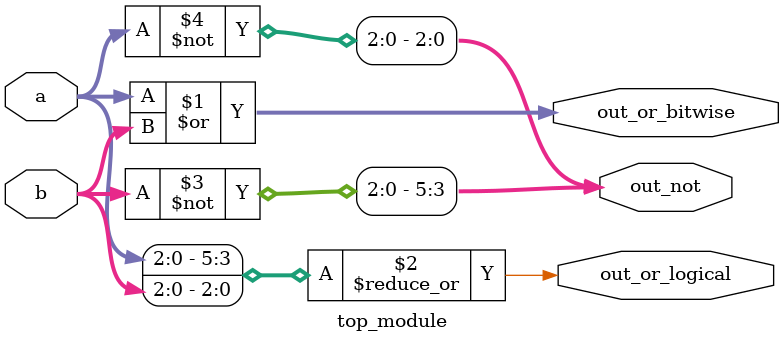
<source format=sv>
module top_module(
	input [2:0] a, 
	input [2:0] b, 
	output [2:0] out_or_bitwise,
	output out_or_logical,
	output [5:0] out_not
);

	// Bitwise OR of the two vectors
	assign out_or_bitwise = a | b;

	// Logical OR of the two vectors
	assign out_or_logical = |{a, b};

	// Inverse of vector b in the upper half of out_not
	assign out_not[5:3] = ~b;

	// Inverse of vector a in the lower half of out_not
	assign out_not[2:0] = ~a;

endmodule

</source>
